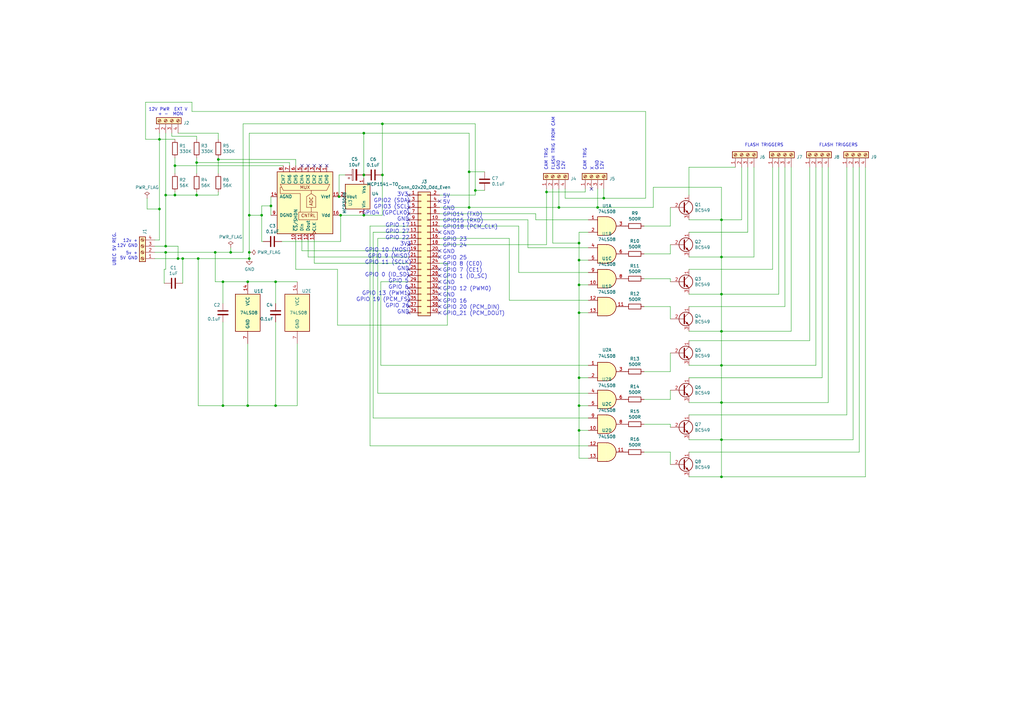
<source format=kicad_sch>
(kicad_sch (version 20230121) (generator eeschema)
  (paper "A3")
  (lib_symbols
    (symbol "74xx:74LS08" (pin_names (offset 1.016))
      (property "Reference" "U" (at 0 1.27 0))
      (property "Value" "74LS08" (at 0 -1.27 0))
      (symbol "74LS08_1_1"
        (arc (start 0 -3.81) (mid 3.7934 0) (end 0 3.81) (stroke (width 0.254)) (fill (type background)))
        (polyline (pts (xy 0 3.81) (xy -3.81 3.81) (xy -3.81 -3.81) (xy 0 -3.81)) (stroke (width 0.254)) (fill (type background)))
        (pin input line (at -7.62 2.54 0) (length 3.81) (name "~") (number "1"))
        (pin input line (at -7.62 -2.54 0) (length 3.81) (name "~") (number "2"))
        (pin output line (at 7.62 0 180) (length 3.81) (name "~") (number "3"))
      )
      (symbol "74LS08_1_2"
        (arc (start -3.81 -3.81) (mid -2.589 0) (end -3.81 3.81) (stroke (width 0.254)))
        (arc (start -0.6096 -3.81) (mid 2.1842 -2.5851) (end 3.81 0) (stroke (width 0.254)) (fill (type background)))
        (polyline (pts (xy -3.81 -3.81) (xy -0.635 -3.81)) (stroke (width 0.254)) (fill (type background)))
        (polyline (pts (xy -3.81 3.81) (xy -0.635 3.81)) (stroke (width 0.254)) (fill (type background)))
        (polyline (pts (xy -0.635 3.81) (xy -3.81 3.81) (xy -3.81 3.81) (xy -3.556 3.4036) (xy -3.0226 2.2606) (xy -2.6924 1.0414) (xy -2.6162 -0.254) (xy -2.7686 -1.4986) (xy -3.175 -2.7178) (xy -3.81 -3.81) (xy -3.81 -3.81) (xy -0.635 -3.81)) (stroke (width -25.4)) (fill (type background)))
        (arc (start 3.81 0) (mid 2.1915 2.5936) (end -0.6096 3.81) (stroke (width 0.254)) (fill (type background)))
        (pin input inverted (at -7.62 2.54 0) (length 4.318) (name "~") (number "1"))
        (pin input inverted (at -7.62 -2.54 0) (length 4.318) (name "~") (number "2"))
        (pin output inverted (at 7.62 0 180) (length 3.81) (name "~") (number "3"))
      )
      (symbol "74LS08_2_1"
        (arc (start 0 -3.81) (mid 3.7934 0) (end 0 3.81) (stroke (width 0.254)) (fill (type background)))
        (polyline (pts (xy 0 3.81) (xy -3.81 3.81) (xy -3.81 -3.81) (xy 0 -3.81)) (stroke (width 0.254)) (fill (type background)))
        (pin input line (at -7.62 2.54 0) (length 3.81) (name "~") (number "4"))
        (pin input line (at -7.62 -2.54 0) (length 3.81) (name "~") (number "5"))
        (pin output line (at 7.62 0 180) (length 3.81) (name "~") (number "6"))
      )
      (symbol "74LS08_2_2"
        (arc (start -3.81 -3.81) (mid -2.589 0) (end -3.81 3.81) (stroke (width 0.254)))
        (arc (start -0.6096 -3.81) (mid 2.1842 -2.5851) (end 3.81 0) (stroke (width 0.254)) (fill (type background)))
        (polyline (pts (xy -3.81 -3.81) (xy -0.635 -3.81)) (stroke (width 0.254)) (fill (type background)))
        (polyline (pts (xy -3.81 3.81) (xy -0.635 3.81)) (stroke (width 0.254)) (fill (type background)))
        (polyline (pts (xy -0.635 3.81) (xy -3.81 3.81) (xy -3.81 3.81) (xy -3.556 3.4036) (xy -3.0226 2.2606) (xy -2.6924 1.0414) (xy -2.6162 -0.254) (xy -2.7686 -1.4986) (xy -3.175 -2.7178) (xy -3.81 -3.81) (xy -3.81 -3.81) (xy -0.635 -3.81)) (stroke (width -25.4)) (fill (type background)))
        (arc (start 3.81 0) (mid 2.1915 2.5936) (end -0.6096 3.81) (stroke (width 0.254)) (fill (type background)))
        (pin input inverted (at -7.62 2.54 0) (length 4.318) (name "~") (number "4"))
        (pin input inverted (at -7.62 -2.54 0) (length 4.318) (name "~") (number "5"))
        (pin output inverted (at 7.62 0 180) (length 3.81) (name "~") (number "6"))
      )
      (symbol "74LS08_3_1"
        (arc (start 0 -3.81) (mid 3.7934 0) (end 0 3.81) (stroke (width 0.254)) (fill (type background)))
        (polyline (pts (xy 0 3.81) (xy -3.81 3.81) (xy -3.81 -3.81) (xy 0 -3.81)) (stroke (width 0.254)) (fill (type background)))
        (pin input line (at -7.62 -2.54 0) (length 3.81) (name "~") (number "10"))
        (pin output line (at 7.62 0 180) (length 3.81) (name "~") (number "8"))
        (pin input line (at -7.62 2.54 0) (length 3.81) (name "~") (number "9"))
      )
      (symbol "74LS08_3_2"
        (arc (start -3.81 -3.81) (mid -2.589 0) (end -3.81 3.81) (stroke (width 0.254)))
        (arc (start -0.6096 -3.81) (mid 2.1842 -2.5851) (end 3.81 0) (stroke (width 0.254)) (fill (type background)))
        (polyline (pts (xy -3.81 -3.81) (xy -0.635 -3.81)) (stroke (width 0.254)) (fill (type background)))
        (polyline (pts (xy -3.81 3.81) (xy -0.635 3.81)) (stroke (width 0.254)) (fill (type background)))
        (polyline (pts (xy -0.635 3.81) (xy -3.81 3.81) (xy -3.81 3.81) (xy -3.556 3.4036) (xy -3.0226 2.2606) (xy -2.6924 1.0414) (xy -2.6162 -0.254) (xy -2.7686 -1.4986) (xy -3.175 -2.7178) (xy -3.81 -3.81) (xy -3.81 -3.81) (xy -0.635 -3.81)) (stroke (width -25.4)) (fill (type background)))
        (arc (start 3.81 0) (mid 2.1915 2.5936) (end -0.6096 3.81) (stroke (width 0.254)) (fill (type background)))
        (pin input inverted (at -7.62 -2.54 0) (length 4.318) (name "~") (number "10"))
        (pin output inverted (at 7.62 0 180) (length 3.81) (name "~") (number "8"))
        (pin input inverted (at -7.62 2.54 0) (length 4.318) (name "~") (number "9"))
      )
      (symbol "74LS08_4_1"
        (arc (start 0 -3.81) (mid 3.7934 0) (end 0 3.81) (stroke (width 0.254)) (fill (type background)))
        (polyline (pts (xy 0 3.81) (xy -3.81 3.81) (xy -3.81 -3.81) (xy 0 -3.81)) (stroke (width 0.254)) (fill (type background)))
        (pin output line (at 7.62 0 180) (length 3.81) (name "~") (number "11"))
        (pin input line (at -7.62 2.54 0) (length 3.81) (name "~") (number "12"))
        (pin input line (at -7.62 -2.54 0) (length 3.81) (name "~") (number "13"))
      )
      (symbol "74LS08_4_2"
        (arc (start -3.81 -3.81) (mid -2.589 0) (end -3.81 3.81) (stroke (width 0.254)))
        (arc (start -0.6096 -3.81) (mid 2.1842 -2.5851) (end 3.81 0) (stroke (width 0.254)) (fill (type background)))
        (polyline (pts (xy -3.81 -3.81) (xy -0.635 -3.81)) (stroke (width 0.254)) (fill (type background)))
        (polyline (pts (xy -3.81 3.81) (xy -0.635 3.81)) (stroke (width 0.254)) (fill (type background)))
        (polyline (pts (xy -0.635 3.81) (xy -3.81 3.81) (xy -3.81 3.81) (xy -3.556 3.4036) (xy -3.0226 2.2606) (xy -2.6924 1.0414) (xy -2.6162 -0.254) (xy -2.7686 -1.4986) (xy -3.175 -2.7178) (xy -3.81 -3.81) (xy -3.81 -3.81) (xy -0.635 -3.81)) (stroke (width -25.4)) (fill (type background)))
        (arc (start 3.81 0) (mid 2.1915 2.5936) (end -0.6096 3.81) (stroke (width 0.254)) (fill (type background)))
        (pin output inverted (at 7.62 0 180) (length 3.81) (name "~") (number "11"))
        (pin input inverted (at -7.62 2.54 0) (length 4.318) (name "~") (number "12"))
        (pin input inverted (at -7.62 -2.54 0) (length 4.318) (name "~") (number "13"))
      )
      (symbol "74LS08_5_0"
        (pin power_in line (at 0 12.7 270) (length 5.08) (name "VCC") (number "14"))
        (pin power_in line (at 0 -12.7 90) (length 5.08) (name "GND") (number "7"))
      )
      (symbol "74LS08_5_1"
        (rectangle (start -5.08 7.62) (end 5.08 -7.62) (stroke (width 0.254)) (fill (type background)))
      )
    )
    (symbol "Analog_ADC:MCP3008" (pin_names (offset 1.016))
      (property "Reference" "U" (at -5.08 13.335 0))
      (property "Value" "MCP3008" (at -5.08 11.43 0))
      (symbol "MCP3008_0_0"
        (text "ADC" (at -0.635 1.27 0) (effects (font (size 1.27 1.27))))
        (text "CNTRL" (at 5.969 -2.921 900) (effects (font (size 1.27 1.27)) (justify left bottom)))
        (text "MUX" (at -6.35 -1.27 900) (effects (font (size 1.27 1.27))))
      )
      (symbol "MCP3008_0_1"
        (polyline (pts (xy -3.81 1.27) (xy -5.08 1.27)))
        (polyline (pts (xy 1.905 1.27) (xy 3.81 1.27)))
        (polyline (pts (xy -7.62 8.89) (xy -7.62 -11.43) (xy -5.08 -10.16) (xy -5.08 7.62) (xy -7.62 8.89)))
        (polyline (pts (xy 3.81 -3.175) (xy -3.81 -3.175) (xy -3.81 -11.43) (xy -6.35 -11.43) (xy -6.35 -10.795)))
        (polyline (pts (xy 1.905 3.175) (xy 1.905 -0.635) (xy -2.54 -0.635) (xy -3.81 1.27) (xy -2.54 3.175) (xy 1.905 3.175)))
        (rectangle (start 3.81 -3.81) (end 6.985 3.81))
        (rectangle (start 12.7 -12.7) (end -12.7 10.16) (stroke (width 0.254)) (fill (type background)))
      )
      (symbol "MCP3008_1_1"
        (pin input line (at -15.24 7.62 0) (length 2.54) (name "CH0") (number "1"))
        (pin input line (at 15.24 -5.08 180) (length 2.54) (name "~{CS}/SHDN") (number "10"))
        (pin input line (at 15.24 -2.54 180) (length 2.54) (name "Din") (number "11"))
        (pin output line (at 15.24 0 180) (length 2.54) (name "Dout") (number "12"))
        (pin input clock (at 15.24 2.54 180) (length 2.54) (name "CLK") (number "13"))
        (pin power_in line (at -2.54 -15.24 90) (length 2.54) (name "AGND") (number "14"))
        (pin power_in line (at -2.54 12.7 270) (length 2.54) (name "Vref") (number "15"))
        (pin power_in line (at 5.08 12.7 270) (length 2.54) (name "Vdd") (number "16"))
        (pin input line (at -15.24 5.08 0) (length 2.54) (name "CH1") (number "2"))
        (pin input line (at -15.24 2.54 0) (length 2.54) (name "CH2") (number "3"))
        (pin input line (at -15.24 0 0) (length 2.54) (name "CH3") (number "4"))
        (pin input line (at -15.24 -2.54 0) (length 2.54) (name "CH4") (number "5"))
        (pin input line (at -15.24 -5.08 0) (length 2.54) (name "CH5") (number "6"))
        (pin input line (at -15.24 -7.62 0) (length 2.54) (name "CH6") (number "7"))
        (pin input line (at -15.24 -10.16 0) (length 2.54) (name "CH7") (number "8"))
        (pin power_in line (at 5.08 -15.24 90) (length 2.54) (name "DGND") (number "9"))
      )
    )
    (symbol "Connector:Screw_Terminal_01x04" (pin_names (offset 1.016) hide)
      (property "Reference" "J" (at 0 5.08 0))
      (property "Value" "Screw_Terminal_01x04" (at 0 -7.62 0))
      (symbol "Screw_Terminal_01x04_1_1"
        (rectangle (start -1.27 3.81) (end 1.27 -6.35) (stroke (width 0.254)) (fill (type background)))
        (circle (center 0 -5.08) (radius 0.635) (stroke (width 0.1524)))
        (circle (center 0 -2.54) (radius 0.635) (stroke (width 0.1524)))
        (polyline (pts (xy -0.5334 -4.7498) (xy 0.3302 -5.588)) (stroke (width 0.1524)))
        (polyline (pts (xy -0.5334 -2.2098) (xy 0.3302 -3.048)) (stroke (width 0.1524)))
        (polyline (pts (xy -0.5334 0.3302) (xy 0.3302 -0.508)) (stroke (width 0.1524)))
        (polyline (pts (xy -0.5334 2.8702) (xy 0.3302 2.032)) (stroke (width 0.1524)))
        (polyline (pts (xy -0.3556 -4.572) (xy 0.508 -5.4102)) (stroke (width 0.1524)))
        (polyline (pts (xy -0.3556 -2.032) (xy 0.508 -2.8702)) (stroke (width 0.1524)))
        (polyline (pts (xy -0.3556 0.508) (xy 0.508 -0.3302)) (stroke (width 0.1524)))
        (polyline (pts (xy -0.3556 3.048) (xy 0.508 2.2098)) (stroke (width 0.1524)))
        (circle (center 0 0) (radius 0.635) (stroke (width 0.1524)))
        (circle (center 0 2.54) (radius 0.635) (stroke (width 0.1524)))
        (pin passive line (at -5.08 2.54 0) (length 3.81) (name "Pin_1") (number "1"))
        (pin passive line (at -5.08 0 0) (length 3.81) (name "Pin_2") (number "2"))
        (pin passive line (at -5.08 -2.54 0) (length 3.81) (name "Pin_3") (number "3"))
        (pin passive line (at -5.08 -5.08 0) (length 3.81) (name "Pin_4") (number "4"))
      )
    )
    (symbol "Connector_Generic:Conn_02x20_Odd_Even" (pin_names (offset 1.016) hide)
      (property "Reference" "J" (at 1.27 25.4 0))
      (property "Value" "Conn_02x20_Odd_Even" (at 1.27 -27.94 0))
      (symbol "Conn_02x20_Odd_Even_1_1"
        (rectangle (start -1.27 -25.273) (end 0 -25.527) (stroke (width 0.1524)))
        (rectangle (start -1.27 -22.733) (end 0 -22.987) (stroke (width 0.1524)))
        (rectangle (start -1.27 -20.193) (end 0 -20.447) (stroke (width 0.1524)))
        (rectangle (start -1.27 -17.653) (end 0 -17.907) (stroke (width 0.1524)))
        (rectangle (start -1.27 -15.113) (end 0 -15.367) (stroke (width 0.1524)))
        (rectangle (start -1.27 -12.573) (end 0 -12.827) (stroke (width 0.1524)))
        (rectangle (start -1.27 -10.033) (end 0 -10.287) (stroke (width 0.1524)))
        (rectangle (start -1.27 -7.493) (end 0 -7.747) (stroke (width 0.1524)))
        (rectangle (start -1.27 -4.953) (end 0 -5.207) (stroke (width 0.1524)))
        (rectangle (start -1.27 -2.413) (end 0 -2.667) (stroke (width 0.1524)))
        (rectangle (start -1.27 0.127) (end 0 -0.127) (stroke (width 0.1524)))
        (rectangle (start -1.27 2.667) (end 0 2.413) (stroke (width 0.1524)))
        (rectangle (start -1.27 5.207) (end 0 4.953) (stroke (width 0.1524)))
        (rectangle (start -1.27 7.747) (end 0 7.493) (stroke (width 0.1524)))
        (rectangle (start -1.27 10.287) (end 0 10.033) (stroke (width 0.1524)))
        (rectangle (start -1.27 12.827) (end 0 12.573) (stroke (width 0.1524)))
        (rectangle (start -1.27 15.367) (end 0 15.113) (stroke (width 0.1524)))
        (rectangle (start -1.27 17.907) (end 0 17.653) (stroke (width 0.1524)))
        (rectangle (start -1.27 20.447) (end 0 20.193) (stroke (width 0.1524)))
        (rectangle (start -1.27 22.987) (end 0 22.733) (stroke (width 0.1524)))
        (rectangle (start -1.27 24.13) (end 3.81 -26.67) (stroke (width 0.254)) (fill (type background)))
        (rectangle (start 3.81 -25.273) (end 2.54 -25.527) (stroke (width 0.1524)))
        (rectangle (start 3.81 -22.733) (end 2.54 -22.987) (stroke (width 0.1524)))
        (rectangle (start 3.81 -20.193) (end 2.54 -20.447) (stroke (width 0.1524)))
        (rectangle (start 3.81 -17.653) (end 2.54 -17.907) (stroke (width 0.1524)))
        (rectangle (start 3.81 -15.113) (end 2.54 -15.367) (stroke (width 0.1524)))
        (rectangle (start 3.81 -12.573) (end 2.54 -12.827) (stroke (width 0.1524)))
        (rectangle (start 3.81 -10.033) (end 2.54 -10.287) (stroke (width 0.1524)))
        (rectangle (start 3.81 -7.493) (end 2.54 -7.747) (stroke (width 0.1524)))
        (rectangle (start 3.81 -4.953) (end 2.54 -5.207) (stroke (width 0.1524)))
        (rectangle (start 3.81 -2.413) (end 2.54 -2.667) (stroke (width 0.1524)))
        (rectangle (start 3.81 0.127) (end 2.54 -0.127) (stroke (width 0.1524)))
        (rectangle (start 3.81 2.667) (end 2.54 2.413) (stroke (width 0.1524)))
        (rectangle (start 3.81 5.207) (end 2.54 4.953) (stroke (width 0.1524)))
        (rectangle (start 3.81 7.747) (end 2.54 7.493) (stroke (width 0.1524)))
        (rectangle (start 3.81 10.287) (end 2.54 10.033) (stroke (width 0.1524)))
        (rectangle (start 3.81 12.827) (end 2.54 12.573) (stroke (width 0.1524)))
        (rectangle (start 3.81 15.367) (end 2.54 15.113) (stroke (width 0.1524)))
        (rectangle (start 3.81 17.907) (end 2.54 17.653) (stroke (width 0.1524)))
        (rectangle (start 3.81 20.447) (end 2.54 20.193) (stroke (width 0.1524)))
        (rectangle (start 3.81 22.987) (end 2.54 22.733) (stroke (width 0.1524)))
        (pin passive line (at -5.08 22.86 0) (length 3.81) (name "Pin_1") (number "1"))
        (pin passive line (at 7.62 12.7 180) (length 3.81) (name "Pin_10") (number "10"))
        (pin passive line (at -5.08 10.16 0) (length 3.81) (name "Pin_11") (number "11"))
        (pin passive line (at 7.62 10.16 180) (length 3.81) (name "Pin_12") (number "12"))
        (pin passive line (at -5.08 7.62 0) (length 3.81) (name "Pin_13") (number "13"))
        (pin passive line (at 7.62 7.62 180) (length 3.81) (name "Pin_14") (number "14"))
        (pin passive line (at -5.08 5.08 0) (length 3.81) (name "Pin_15") (number "15"))
        (pin passive line (at 7.62 5.08 180) (length 3.81) (name "Pin_16") (number "16"))
        (pin passive line (at -5.08 2.54 0) (length 3.81) (name "Pin_17") (number "17"))
        (pin passive line (at 7.62 2.54 180) (length 3.81) (name "Pin_18") (number "18"))
        (pin passive line (at -5.08 0 0) (length 3.81) (name "Pin_19") (number "19"))
        (pin passive line (at 7.62 22.86 180) (length 3.81) (name "Pin_2") (number "2"))
        (pin passive line (at 7.62 0 180) (length 3.81) (name "Pin_20") (number "20"))
        (pin passive line (at -5.08 -2.54 0) (length 3.81) (name "Pin_21") (number "21"))
        (pin passive line (at 7.62 -2.54 180) (length 3.81) (name "Pin_22") (number "22"))
        (pin passive line (at -5.08 -5.08 0) (length 3.81) (name "Pin_23") (number "23"))
        (pin passive line (at 7.62 -5.08 180) (length 3.81) (name "Pin_24") (number "24"))
        (pin passive line (at -5.08 -7.62 0) (length 3.81) (name "Pin_25") (number "25"))
        (pin passive line (at 7.62 -7.62 180) (length 3.81) (name "Pin_26") (number "26"))
        (pin passive line (at -5.08 -10.16 0) (length 3.81) (name "Pin_27") (number "27"))
        (pin passive line (at 7.62 -10.16 180) (length 3.81) (name "Pin_28") (number "28"))
        (pin passive line (at -5.08 -12.7 0) (length 3.81) (name "Pin_29") (number "29"))
        (pin passive line (at -5.08 20.32 0) (length 3.81) (name "Pin_3") (number "3"))
        (pin passive line (at 7.62 -12.7 180) (length 3.81) (name "Pin_30") (number "30"))
        (pin passive line (at -5.08 -15.24 0) (length 3.81) (name "Pin_31") (number "31"))
        (pin passive line (at 7.62 -15.24 180) (length 3.81) (name "Pin_32") (number "32"))
        (pin passive line (at -5.08 -17.78 0) (length 3.81) (name "Pin_33") (number "33"))
        (pin passive line (at 7.62 -17.78 180) (length 3.81) (name "Pin_34") (number "34"))
        (pin passive line (at -5.08 -20.32 0) (length 3.81) (name "Pin_35") (number "35"))
        (pin passive line (at 7.62 -20.32 180) (length 3.81) (name "Pin_36") (number "36"))
        (pin passive line (at -5.08 -22.86 0) (length 3.81) (name "Pin_37") (number "37"))
        (pin passive line (at 7.62 -22.86 180) (length 3.81) (name "Pin_38") (number "38"))
        (pin passive line (at -5.08 -25.4 0) (length 3.81) (name "Pin_39") (number "39"))
        (pin passive line (at 7.62 20.32 180) (length 3.81) (name "Pin_4") (number "4"))
        (pin passive line (at 7.62 -25.4 180) (length 3.81) (name "Pin_40") (number "40"))
        (pin passive line (at -5.08 17.78 0) (length 3.81) (name "Pin_5") (number "5"))
        (pin passive line (at 7.62 17.78 180) (length 3.81) (name "Pin_6") (number "6"))
        (pin passive line (at -5.08 15.24 0) (length 3.81) (name "Pin_7") (number "7"))
        (pin passive line (at 7.62 15.24 180) (length 3.81) (name "Pin_8") (number "8"))
        (pin passive line (at -5.08 12.7 0) (length 3.81) (name "Pin_9") (number "9"))
      )
    )
    (symbol "Device:C" (pin_numbers hide) (pin_names (offset 0.254))
      (property "Reference" "C" (at 0.635 2.54 0))
      (property "Value" "C" (at 0.635 -2.54 0))
      (symbol "C_0_1"
        (polyline (pts (xy -2.032 -0.762) (xy 2.032 -0.762)) (stroke (width 0.508)))
        (polyline (pts (xy -2.032 0.762) (xy 2.032 0.762)) (stroke (width 0.508)))
      )
      (symbol "C_1_1"
        (pin passive line (at 0 3.81 270) (length 2.794) (name "~") (number "1"))
        (pin passive line (at 0 -3.81 90) (length 2.794) (name "~") (number "2"))
      )
    )
    (symbol "Device:R" (pin_numbers hide) (pin_names (offset 0))
      (property "Reference" "R" (at 2.032 0 90))
      (property "Value" "R" (at 0 0 90))
      (symbol "R_0_1"
        (rectangle (start -1.016 -2.54) (end 1.016 2.54) (stroke (width 0.254)))
      )
      (symbol "R_1_1"
        (pin passive line (at 0 3.81 270) (length 1.27) (name "~") (number "1"))
        (pin passive line (at 0 -3.81 90) (length 1.27) (name "~") (number "2"))
      )
    )
    (symbol "Reference_Voltage:MCP1541-TO"
      (property "Reference" "U" (at 1.27 8.89 0))
      (property "Value" "MCP1541-TO" (at 1.27 6.35 0))
      (symbol "MCP1541-TO_0_1"
        (rectangle (start -2.54 5.08) (end 7.62 -5.08) (stroke (width 0.254)) (fill (type background)))
      )
      (symbol "MCP1541-TO_1_1"
        (pin power_in line (at 0 -7.62 90) (length 2.54) (name "Vss") (number "1"))
        (pin power_out line (at 10.16 0 180) (length 2.54) (name "Vout") (number "2"))
        (pin power_in line (at 0 7.62 270) (length 2.54) (name "Vin") (number "3"))
      )
    )
    (symbol "Transistor_BJT:BC549" (pin_names (offset 0) hide)
      (property "Reference" "Q" (at 5.08 1.905 0))
      (property "Value" "BC549" (at 5.08 0 0))
      (symbol "BC549_0_1"
        (polyline (pts (xy 0 0) (xy 0.635 0)))
        (polyline (pts (xy 0.635 0.635) (xy 2.54 2.54)))
        (polyline (pts (xy 0.635 -0.635) (xy 2.54 -2.54) (xy 2.54 -2.54)))
        (polyline (pts (xy 0.635 1.905) (xy 0.635 -1.905) (xy 0.635 -1.905)) (stroke (width 0.508)))
        (polyline (pts (xy 1.27 -1.778) (xy 1.778 -1.27) (xy 2.286 -2.286) (xy 1.27 -1.778) (xy 1.27 -1.778)) (fill (type outline)))
        (circle (center 1.27 0) (radius 2.8194) (stroke (width 0.254)))
      )
      (symbol "BC549_1_1"
        (pin passive line (at 2.54 5.08 270) (length 2.54) (name "C") (number "1"))
        (pin input line (at -5.08 0 0) (length 5.08) (name "B") (number "2"))
        (pin passive line (at 2.54 -5.08 90) (length 2.54) (name "E") (number "3"))
      )
    )
    (symbol "pcb-rescue:CP-Device" (pin_numbers hide) (pin_names (offset 0.254))
      (property "Reference" "C" (at 0.635 2.54 0))
      (property "Value" "Device_CP" (at 0.635 -2.54 0))
      (symbol "CP-Device_0_1"
        (rectangle (start -2.286 0.508) (end 2.286 1.016))
        (polyline (pts (xy -1.778 2.286) (xy -0.762 2.286)))
        (polyline (pts (xy -1.27 2.794) (xy -1.27 1.778)))
        (rectangle (start 2.286 -0.508) (end -2.286 -1.016) (fill (type outline)))
      )
      (symbol "CP-Device_1_1"
        (pin passive line (at 0 3.81 270) (length 2.794) (name "~") (number "1"))
        (pin passive line (at 0 -3.81 90) (length 2.794) (name "~") (number "2"))
      )
    )
    (symbol "power:GND" (power) (pin_names (offset 0))
      (property "Value" "GND" (at 0 -3.81 0))
      (symbol "GND_0_1"
        (polyline (pts (xy 0 0) (xy 0 -1.27) (xy 1.27 -1.27) (xy 0 -2.54) (xy -1.27 -1.27) (xy 0 -1.27)))
      )
      (symbol "GND_1_1"
        (pin power_in line (at 0 0 270) (length 0) hide (name "GND") (number "1"))
      )
    )
    (symbol "power:PWR_FLAG" (power) (pin_numbers hide) (pin_names (offset 0) hide)
      (property "Value" "PWR_FLAG" (at 0 3.81 0))
      (symbol "PWR_FLAG_0_0"
        (pin power_out line (at 0 0 90) (length 0) (name "pwr") (number "1"))
      )
      (symbol "PWR_FLAG_0_1"
        (polyline (pts (xy 0 0) (xy 0 1.27) (xy -1.016 1.905) (xy 0 2.54) (xy 1.016 1.905) (xy 0 1.27)))
      )
    )
  )
  (junction (at 139.065 80.645))
  (junction (at 247.65 81.28))
  (junction (at 237.49 176.53))
  (junction (at 73.025 106.045))
  (junction (at 113.03 166.37))
  (junction (at 88.265 103.505))
  (junction (at 80.645 80.01))
  (junction (at 295.91 149.86))
  (junction (at 237.49 154.94))
  (junction (at 113.03 115.57))
  (junction (at 295.91 120.65))
  (junction (at 67.945 103.505))
  (junction (at 149.225 88.265))
  (junction (at 101.6 166.37))
  (junction (at 295.91 195.58))
  (junction (at 71.755 80.01))
  (junction (at 295.91 105.41))
  (junction (at 295.91 135.89))
  (junction (at 229.235 85.09))
  (junction (at 192.405 70.485))
  (junction (at 102.235 103.505))
  (junction (at 94.615 103.505))
  (junction (at 295.91 165.1))
  (junction (at 91.44 166.37))
  (junction (at 111.125 84.455))
  (junction (at 237.49 166.37))
  (junction (at 156.845 71.755))
  (junction (at 67.945 100.965))
  (junction (at 101.6 115.57))
  (junction (at 74.93 106.045))
  (junction (at 192.405 85.09))
  (junction (at 245.11 85.09))
  (junction (at 149.225 71.755))
  (junction (at 194.945 78.105))
  (junction (at 81.28 106.045))
  (junction (at 237.49 99.695))
  (junction (at 80.645 66.675))
  (junction (at 65.405 85.725))
  (junction (at 91.44 115.57))
  (junction (at 71.755 67.945))
  (junction (at 65.405 57.15))
  (junction (at 237.49 128.27))
  (junction (at 237.49 106.68))
  (junction (at 156.845 50.8))
  (junction (at 89.535 65.405))
  (junction (at 295.91 90.17))
  (junction (at 102.235 106.045))
  (junction (at 295.91 180.34))
  (junction (at 149.225 54.61))
  (junction (at 107.315 88.265))
  (junction (at 139.7 88.265))
  (junction (at 237.49 116.84))
  (junction (at 67.945 80.01))
  (junction (at 102.235 88.265))
  (junction (at 224.155 78.74))
  (no_connect (at 180.34 102.87))
  (no_connect (at 133.985 67.945))
  (no_connect (at 167.64 80.01))
  (no_connect (at 128.905 67.945))
  (no_connect (at 167.64 113.03))
  (no_connect (at 167.64 85.09))
  (no_connect (at 180.34 95.25))
  (no_connect (at 167.64 125.73))
  (no_connect (at 242.57 77.47))
  (no_connect (at 180.34 115.57))
  (no_connect (at 167.64 82.55))
  (no_connect (at 167.64 118.11))
  (no_connect (at 180.34 82.55))
  (no_connect (at 180.34 125.73))
  (no_connect (at 180.34 113.03))
  (no_connect (at 180.34 120.65))
  (no_connect (at 131.445 67.945))
  (no_connect (at 167.64 100.33))
  (no_connect (at 167.64 123.19))
  (no_connect (at 180.34 128.27))
  (no_connect (at 180.34 123.19))
  (no_connect (at 123.825 67.945))
  (no_connect (at 180.34 118.11))
  (no_connect (at 167.64 90.17))
  (no_connect (at 167.64 128.27))
  (no_connect (at 167.64 110.49))
  (no_connect (at 180.34 105.41))
  (no_connect (at 167.64 120.65))
  (no_connect (at 126.365 67.945))
  (no_connect (at 167.64 87.63))
  (no_connect (at 180.34 110.49))
  (wire (pts (xy 324.485 68.58) (xy 324.485 135.89)))
  (wire (pts (xy 149.225 73.025) (xy 149.225 71.755)))
  (wire (pts (xy 306.705 95.25) (xy 306.705 68.58)))
  (wire (pts (xy 67.945 100.965) (xy 73.025 100.965)))
  (wire (pts (xy 321.945 125.73) (xy 321.945 68.58)))
  (wire (pts (xy 139.065 80.645) (xy 139.065 71.755)))
  (wire (pts (xy 111.125 84.455) (xy 111.125 80.645)))
  (wire (pts (xy 282.575 80.01) (xy 282.575 68.58)))
  (wire (pts (xy 89.535 80.01) (xy 80.645 80.01)))
  (wire (pts (xy 334.645 149.86) (xy 334.645 68.58)))
  (wire (pts (xy 274.955 152.4) (xy 274.955 144.78)))
  (wire (pts (xy 81.28 166.37) (xy 81.28 106.045)))
  (wire (pts (xy 67.945 110.49) (xy 67.31 110.49)))
  (wire (pts (xy 167.64 92.71) (xy 151.765 92.71)))
  (wire (pts (xy 71.755 67.945) (xy 116.205 67.945)))
  (wire (pts (xy 80.645 55.88) (xy 80.645 57.15)))
  (wire (pts (xy 67.945 54.61) (xy 67.945 80.01)))
  (wire (pts (xy 180.34 92.71) (xy 212.725 92.71)))
  (wire (pts (xy 282.575 125.73) (xy 321.945 125.73)))
  (wire (pts (xy 121.92 140.97) (xy 121.92 166.37)))
  (wire (pts (xy 274.955 100.33) (xy 274.955 104.14)))
  (wire (pts (xy 304.165 90.17) (xy 295.91 90.17)))
  (wire (pts (xy 295.91 180.34) (xy 282.575 180.34)))
  (wire (pts (xy 282.575 110.49) (xy 316.865 110.49)))
  (wire (pts (xy 73.025 106.045) (xy 74.93 106.045)))
  (wire (pts (xy 237.49 187.96) (xy 241.3 187.96)))
  (wire (pts (xy 337.185 68.58) (xy 337.185 154.94)))
  (wire (pts (xy 194.945 80.01) (xy 180.34 80.01)))
  (wire (pts (xy 113.03 166.37) (xy 121.92 166.37)))
  (wire (pts (xy 149.225 54.61) (xy 149.225 71.755)))
  (wire (pts (xy 295.91 120.65) (xy 282.575 120.65)))
  (wire (pts (xy 245.11 85.09) (xy 229.235 85.09)))
  (wire (pts (xy 149.225 54.61) (xy 192.405 54.61)))
  (wire (pts (xy 111.125 84.455) (xy 107.315 84.455)))
  (wire (pts (xy 224.155 78.74) (xy 224.155 77.47)))
  (wire (pts (xy 91.44 115.57) (xy 101.6 115.57)))
  (wire (pts (xy 102.235 88.265) (xy 102.235 54.61)))
  (wire (pts (xy 88.265 103.505) (xy 94.615 103.505)))
  (wire (pts (xy 267.97 76.835) (xy 295.91 76.835)))
  (wire (pts (xy 295.91 195.58) (xy 282.575 195.58)))
  (wire (pts (xy 180.34 90.17) (xy 216.535 90.17)))
  (wire (pts (xy 149.225 88.265) (xy 156.845 88.265)))
  (wire (pts (xy 274.955 185.42) (xy 264.16 185.42)))
  (wire (pts (xy 267.97 85.09) (xy 267.97 76.835)))
  (wire (pts (xy 192.405 85.09) (xy 180.34 85.09)))
  (wire (pts (xy 107.315 88.265) (xy 107.315 99.06)))
  (wire (pts (xy 231.775 81.28) (xy 231.775 77.47)))
  (wire (pts (xy 219.71 87.63) (xy 219.71 90.17)))
  (wire (pts (xy 167.64 107.95) (xy 128.905 107.95)))
  (wire (pts (xy 115.57 99.06) (xy 139.7 99.06)))
  (wire (pts (xy 63.5 100.965) (xy 67.945 100.965)))
  (wire (pts (xy 153.035 95.25) (xy 167.64 95.25)))
  (wire (pts (xy 80.645 71.12) (xy 80.645 66.675)))
  (wire (pts (xy 60.325 85.725) (xy 65.405 85.725)))
  (wire (pts (xy 74.93 106.045) (xy 81.28 106.045)))
  (wire (pts (xy 224.155 100.33) (xy 224.155 78.74)))
  (wire (pts (xy 216.535 101.6) (xy 241.3 101.6)))
  (wire (pts (xy 89.535 80.01) (xy 89.535 78.74)))
  (wire (pts (xy 237.49 95.25) (xy 237.49 99.695)))
  (wire (pts (xy 70.485 54.61) (xy 70.485 55.88)))
  (wire (pts (xy 99.695 103.505) (xy 99.695 50.8)))
  (wire (pts (xy 264.16 173.99) (xy 274.955 173.99)))
  (wire (pts (xy 180.34 107.95) (xy 183.515 107.95)))
  (wire (pts (xy 67.945 80.01) (xy 71.755 80.01)))
  (wire (pts (xy 194.945 78.105) (xy 194.945 80.01)))
  (wire (pts (xy 237.49 166.37) (xy 241.3 166.37)))
  (wire (pts (xy 347.345 68.58) (xy 347.345 170.18)))
  (wire (pts (xy 80.645 66.675) (xy 118.745 66.675)))
  (wire (pts (xy 282.575 68.58) (xy 301.625 68.58)))
  (wire (pts (xy 198.755 70.485) (xy 192.405 70.485)))
  (wire (pts (xy 295.91 180.34) (xy 295.91 195.58)))
  (wire (pts (xy 274.955 190.5) (xy 274.955 185.42)))
  (wire (pts (xy 274.955 163.83) (xy 264.16 163.83)))
  (wire (pts (xy 113.03 132.08) (xy 113.03 166.37)))
  (wire (pts (xy 167.64 97.79) (xy 154.94 97.79)))
  (wire (pts (xy 274.955 92.71) (xy 274.955 85.09)))
  (wire (pts (xy 70.485 55.88) (xy 80.645 55.88)))
  (wire (pts (xy 118.745 66.675) (xy 118.745 67.945)))
  (wire (pts (xy 128.905 107.95) (xy 128.905 98.425)))
  (wire (pts (xy 264.16 152.4) (xy 274.955 152.4)))
  (wire (pts (xy 65.405 57.15) (xy 65.405 85.725)))
  (wire (pts (xy 65.405 98.425) (xy 63.5 98.425)))
  (wire (pts (xy 241.3 171.45) (xy 153.035 171.45)))
  (wire (pts (xy 282.575 165.1) (xy 295.91 165.1)))
  (wire (pts (xy 352.425 68.58) (xy 352.425 185.42)))
  (wire (pts (xy 113.03 124.46) (xy 113.03 115.57)))
  (wire (pts (xy 194.945 50.8) (xy 194.945 78.105)))
  (wire (pts (xy 274.955 130.81) (xy 274.955 125.73)))
  (wire (pts (xy 264.16 92.71) (xy 274.955 92.71)))
  (wire (pts (xy 319.405 120.65) (xy 295.91 120.65)))
  (wire (pts (xy 295.91 149.86) (xy 282.575 149.86)))
  (wire (pts (xy 151.765 182.88) (xy 241.3 182.88)))
  (wire (pts (xy 102.235 88.265) (xy 107.315 88.265)))
  (wire (pts (xy 282.575 105.41) (xy 295.91 105.41)))
  (wire (pts (xy 237.49 116.84) (xy 237.49 128.27)))
  (wire (pts (xy 332.105 139.7) (xy 282.575 139.7)))
  (wire (pts (xy 74.93 116.205) (xy 74.93 106.045)))
  (wire (pts (xy 349.885 180.34) (xy 349.885 68.58)))
  (wire (pts (xy 237.49 106.68) (xy 237.49 99.695)))
  (wire (pts (xy 71.755 71.12) (xy 71.755 67.945)))
  (wire (pts (xy 208.915 97.79) (xy 208.915 123.19)))
  (wire (pts (xy 60.325 81.28) (xy 60.325 85.725)))
  (wire (pts (xy 65.405 57.15) (xy 71.755 57.15)))
  (wire (pts (xy 123.825 102.87) (xy 123.825 98.425)))
  (wire (pts (xy 156.845 50.8) (xy 156.845 71.755)))
  (wire (pts (xy 245.11 77.47) (xy 245.11 85.09)))
  (wire (pts (xy 295.91 165.1) (xy 295.91 149.86)))
  (wire (pts (xy 63.5 106.045) (xy 73.025 106.045)))
  (wire (pts (xy 167.64 102.87) (xy 123.825 102.87)))
  (wire (pts (xy 67.31 110.49) (xy 67.31 116.205)))
  (wire (pts (xy 237.49 176.53) (xy 237.49 187.96)))
  (wire (pts (xy 73.025 100.965) (xy 73.025 106.045)))
  (wire (pts (xy 67.945 80.01) (xy 67.945 100.965)))
  (wire (pts (xy 81.28 166.37) (xy 91.44 166.37)))
  (wire (pts (xy 183.515 133.35) (xy 138.43 133.35)))
  (wire (pts (xy 91.44 124.46) (xy 91.44 115.57)))
  (wire (pts (xy 94.615 103.505) (xy 99.695 103.505)))
  (wire (pts (xy 295.91 180.34) (xy 349.885 180.34)))
  (wire (pts (xy 180.34 97.79) (xy 208.915 97.79)))
  (wire (pts (xy 121.285 65.405) (xy 121.285 67.945)))
  (wire (pts (xy 212.725 92.71) (xy 212.725 111.76)))
  (wire (pts (xy 282.575 185.42) (xy 352.425 185.42)))
  (wire (pts (xy 71.755 80.01) (xy 71.755 78.74)))
  (wire (pts (xy 156.21 115.57) (xy 167.64 115.57)))
  (wire (pts (xy 101.6 166.37) (xy 101.6 140.97)))
  (wire (pts (xy 154.94 161.29) (xy 241.3 161.29)))
  (wire (pts (xy 241.3 106.68) (xy 237.49 106.68)))
  (wire (pts (xy 139.065 71.755) (xy 141.605 71.755)))
  (wire (pts (xy 91.44 166.37) (xy 101.6 166.37)))
  (wire (pts (xy 192.405 54.61) (xy 192.405 70.485)))
  (wire (pts (xy 216.535 90.17) (xy 216.535 101.6)))
  (wire (pts (xy 102.235 54.61) (xy 149.225 54.61)))
  (wire (pts (xy 282.575 95.25) (xy 306.705 95.25)))
  (wire (pts (xy 65.405 54.61) (xy 65.405 57.15)))
  (wire (pts (xy 274.955 125.73) (xy 264.16 125.73)))
  (wire (pts (xy 81.28 106.045) (xy 102.235 106.045)))
  (wire (pts (xy 247.65 81.28) (xy 264.795 81.28)))
  (wire (pts (xy 354.965 195.58) (xy 354.965 68.58)))
  (wire (pts (xy 91.44 132.08) (xy 91.44 166.37)))
  (wire (pts (xy 102.235 103.505) (xy 102.235 88.265)))
  (wire (pts (xy 295.91 195.58) (xy 354.965 195.58)))
  (wire (pts (xy 67.945 103.505) (xy 67.945 110.49)))
  (wire (pts (xy 264.795 45.72) (xy 264.795 81.28)))
  (wire (pts (xy 59.69 57.15) (xy 59.69 41.91)))
  (wire (pts (xy 102.235 106.045) (xy 102.235 103.505)))
  (wire (pts (xy 198.755 78.105) (xy 194.945 78.105)))
  (wire (pts (xy 241.3 116.84) (xy 237.49 116.84)))
  (wire (pts (xy 101.6 166.37) (xy 113.03 166.37)))
  (wire (pts (xy 180.34 87.63) (xy 219.71 87.63)))
  (wire (pts (xy 295.91 149.86) (xy 334.645 149.86)))
  (wire (pts (xy 229.235 85.09) (xy 229.235 77.47)))
  (wire (pts (xy 295.91 165.1) (xy 339.725 165.1)))
  (wire (pts (xy 316.865 110.49) (xy 316.865 68.58)))
  (wire (pts (xy 274.955 114.3) (xy 274.955 115.57)))
  (wire (pts (xy 101.6 115.57) (xy 113.03 115.57)))
  (wire (pts (xy 78.74 41.91) (xy 78.74 45.72)))
  (wire (pts (xy 267.97 85.09) (xy 245.11 85.09)))
  (wire (pts (xy 73.025 54.61) (xy 89.535 54.61)))
  (wire (pts (xy 295.91 105.41) (xy 309.245 105.41)))
  (wire (pts (xy 247.65 77.47) (xy 247.65 81.28)))
  (wire (pts (xy 63.5 103.505) (xy 67.945 103.505)))
  (wire (pts (xy 241.3 128.27) (xy 237.49 128.27)))
  (wire (pts (xy 339.725 165.1) (xy 339.725 68.58)))
  (wire (pts (xy 309.245 68.58) (xy 309.245 105.41)))
  (wire (pts (xy 156.845 88.265) (xy 156.845 71.755)))
  (wire (pts (xy 295.91 120.65) (xy 295.91 105.41)))
  (wire (pts (xy 212.725 111.76) (xy 241.3 111.76)))
  (wire (pts (xy 107.315 84.455) (xy 107.315 88.265)))
  (wire (pts (xy 226.695 77.47) (xy 226.695 99.695)))
  (wire (pts (xy 138.43 133.35) (xy 138.43 110.49)))
  (wire (pts (xy 154.94 97.79) (xy 154.94 161.29)))
  (wire (pts (xy 156.845 50.8) (xy 194.945 50.8)))
  (wire (pts (xy 219.71 90.17) (xy 241.3 90.17)))
  (wire (pts (xy 121.285 98.425) (xy 121.285 110.49)))
  (wire (pts (xy 111.125 88.265) (xy 111.125 84.455)))
  (wire (pts (xy 107.315 99.06) (xy 107.95 99.06)))
  (wire (pts (xy 138.43 110.49) (xy 121.285 110.49)))
  (wire (pts (xy 295.91 76.835) (xy 295.91 90.17)))
  (wire (pts (xy 89.535 65.405) (xy 89.535 64.77)))
  (wire (pts (xy 274.955 104.14) (xy 264.16 104.14)))
  (wire (pts (xy 295.91 149.86) (xy 295.91 135.89)))
  (wire (pts (xy 65.405 85.725) (xy 65.405 98.425)))
  (wire (pts (xy 113.03 115.57) (xy 121.92 115.57)))
  (wire (pts (xy 264.16 114.3) (xy 274.955 114.3)))
  (wire (pts (xy 139.065 88.265) (xy 139.7 88.265)))
  (wire (pts (xy 319.405 68.58) (xy 319.405 120.65)))
  (wire (pts (xy 71.755 67.945) (xy 71.755 64.77)))
  (wire (pts (xy 139.7 88.265) (xy 149.225 88.265)))
  (wire (pts (xy 89.535 71.12) (xy 89.535 65.405)))
  (wire (pts (xy 126.365 105.41) (xy 167.64 105.41)))
  (wire (pts (xy 304.165 68.58) (xy 304.165 90.17)))
  (wire (pts (xy 80.645 80.01) (xy 80.645 78.74)))
  (wire (pts (xy 192.405 85.09) (xy 229.235 85.09)))
  (wire (pts (xy 153.035 171.45) (xy 153.035 95.25)))
  (wire (pts (xy 80.645 80.01) (xy 71.755 80.01)))
  (wire (pts (xy 274.955 173.99) (xy 274.955 175.26)))
  (wire (pts (xy 332.105 68.58) (xy 332.105 139.7)))
  (wire (pts (xy 80.645 66.675) (xy 80.645 64.77)))
  (wire (pts (xy 156.21 149.86) (xy 156.21 115.57)))
  (wire (pts (xy 180.34 100.33) (xy 224.155 100.33)))
  (wire (pts (xy 282.575 170.18) (xy 347.345 170.18)))
  (wire (pts (xy 295.91 135.89) (xy 282.575 135.89)))
  (wire (pts (xy 226.695 99.695) (xy 237.49 99.695)))
  (wire (pts (xy 89.535 65.405) (xy 121.285 65.405)))
  (wire (pts (xy 231.775 81.28) (xy 247.65 81.28)))
  (wire (pts (xy 89.535 54.61) (xy 89.535 57.15)))
  (wire (pts (xy 67.945 103.505) (xy 88.265 103.505)))
  (wire (pts (xy 295.91 135.89) (xy 295.91 120.65)))
  (wire (pts (xy 282.575 154.94) (xy 337.185 154.94)))
  (wire (pts (xy 88.265 103.505) (xy 88.265 115.57)))
  (wire (pts (xy 78.74 45.72) (xy 264.795 45.72)))
  (wire (pts (xy 99.695 50.8) (xy 156.845 50.8)))
  (wire (pts (xy 208.915 123.19) (xy 241.3 123.19)))
  (wire (pts (xy 274.955 160.02) (xy 274.955 163.83)))
  (wire (pts (xy 295.91 180.34) (xy 295.91 165.1)))
  (wire (pts (xy 151.765 92.71) (xy 151.765 182.88)))
  (wire (pts (xy 224.155 78.74) (xy 240.03 78.74)))
  (wire (pts (xy 237.49 176.53) (xy 241.3 176.53)))
  (wire (pts (xy 237.49 166.37) (xy 237.49 176.53)))
  (wire (pts (xy 139.7 99.06) (xy 139.7 88.265)))
  (wire (pts (xy 192.405 70.485) (xy 192.405 85.09)))
  (wire (pts (xy 295.91 90.17) (xy 282.575 90.17)))
  (wire (pts (xy 237.49 128.27) (xy 237.49 154.94)))
  (wire (pts (xy 88.265 115.57) (xy 91.44 115.57)))
  (wire (pts (xy 183.515 107.95) (xy 183.515 133.35)))
  (wire (pts (xy 65.405 57.15) (xy 59.69 57.15)))
  (wire (pts (xy 241.3 95.25) (xy 237.49 95.25)))
  (wire (pts (xy 237.49 154.94) (xy 241.3 154.94)))
  (wire (pts (xy 237.49 154.94) (xy 237.49 166.37)))
  (wire (pts (xy 241.3 149.86) (xy 156.21 149.86)))
  (wire (pts (xy 295.91 90.17) (xy 295.91 105.41)))
  (wire (pts (xy 324.485 135.89) (xy 295.91 135.89)))
  (wire (pts (xy 59.69 41.91) (xy 78.74 41.91)))
  (wire (pts (xy 240.03 78.74) (xy 240.03 77.47)))
  (wire (pts (xy 94.615 103.505) (xy 94.615 101.6)))
  (wire (pts (xy 237.49 106.68) (xy 237.49 116.84)))
  (wire (pts (xy 126.365 105.41) (xy 126.365 98.425)))
  (text "FLASH TRIGGERS" (at 335.915 60.325 0) (effects (font (size 1.27 1.27)) (justify left bottom)))
  (text "+ -  MON" (at 64.77 47.625 0) (effects (font (size 1.27 1.27)) (justify left bottom)))
  (text "FLASH TRIGGERS" (at 305.435 60.325 0) (effects (font (size 1.27 1.27)) (justify left bottom)))
  (text "5V\n5V\nGND\nGPIO14 (TXD)\nGPIO15 (RXD)\nGPIO18 (PCM_CLK)\nGND\nGPIO 23\nGPIO 24\nGND\nGPIO 25\nGPIO 8 (CE0)\nGPIO 7 (CE1)\nGPIO 1 (ID_SC)\nGND\nGPIO 12 (PWM0)\nGND\nGPIO 16\nGPIO 20 (PCM_DIN)\nGPIO_21 (PCM_DOUT)" (at 181.61 129.54 0) (effects (font (size 1.5748 1.5748)) (justify left bottom)))
  (text "5v +\n5V GND" (at 56.515 106.68 0) (effects (font (size 1.27 1.27)) (justify right bottom)))
  (text "X\nGND\n12V" (at 247.65 69.85 90) (effects (font (size 1.27 1.27)) (justify left bottom)))
  (text "              3V3\n      GPIO2 (SDA)\n      GPIO3 (SCL)\n  GPIO4 (GPCLK0)\n              GND\n          GPIO 17\n          GPIO 27\n          GPIO 22\n               3V3\n   GPIO 10 (MOSI)\n    GPIO 9 (MISO)\n   GPIO 11 (SCLK)\n              GND\n   GPIO 0 (ID_SD)\n           GPIO 5\n           GPIO 6\n  GPIO 13 (PWM1)\nGPIO 19 (PCM_FS)\n          GPIO 26\n              GND" (at 146.05 128.905 0) (effects (font (size 1.5748 1.5748)) (justify left bottom)))
  (text "FLASH TRIG FROM CAM\nGND\n12V" (at 231.775 69.85 90) (effects (font (size 1.27 1.27)) (justify left bottom)))
  (text "UBEC 5V REG." (at 47.625 109.22 90) (effects (font (size 1.27 1.27)) (justify left bottom)))
  (text "CAM TRIG" (at 240.665 69.85 90) (effects (font (size 1.27 1.27)) (justify left bottom)))
  (text "12V PWR  EXT V" (at 60.96 45.72 0) (effects (font (size 1.27 1.27)) (justify left bottom)))
  (text "CAM TRIG" (at 224.79 69.85 90) (effects (font (size 1.27 1.27)) (justify left bottom)))
  (text "12v +\n12V GND" (at 56.515 101.6 0) (effects (font (size 1.27 1.27)) (justify right bottom)))
  (symbol (lib_id "Transistor_BJT:BC549") (at 280.035 85.09 0) (unit 1)
    (property "Reference" "Q1" (at 284.8864 83.9216 0) (effects (justify left)))
    (property "Value" "BC549" (at 284.8864 86.233 0) (effects (justify left)))
    (property "Footprint" "Package_TO_SOT_THT:TO-92_Inline" (effects hide))
    (property "Datasheet" "http://www.fairchildsemi.com/ds/BC/BC547.pdf" (effects hide))
  )
  (symbol (lib_id "Transistor_BJT:BC549") (at 280.035 100.33 0) (unit 1)
    (property "Reference" "Q2" (at 284.8864 99.1616 0) (effects (justify left)))
    (property "Value" "BC549" (at 284.8864 101.473 0) (effects (justify left)))
    (property "Footprint" "Package_TO_SOT_THT:TO-92_Inline" (effects hide))
    (property "Datasheet" "http://www.fairchildsemi.com/ds/BC/BC547.pdf" (effects hide))
  )
  (symbol (lib_id "Transistor_BJT:BC549") (at 280.035 115.57 0) (unit 1)
    (property "Reference" "Q3" (at 284.8864 114.4016 0) (effects (justify left)))
    (property "Value" "BC549" (at 284.8864 116.713 0) (effects (justify left)))
    (property "Footprint" "Package_TO_SOT_THT:TO-92_Inline" (effects hide))
    (property "Datasheet" "http://www.fairchildsemi.com/ds/BC/BC547.pdf" (effects hide))
  )
  (symbol (lib_id "Transistor_BJT:BC549") (at 280.035 130.81 0) (unit 1)
    (property "Reference" "Q4" (at 284.8864 129.6416 0) (effects (justify left)))
    (property "Value" "BC549" (at 284.8864 131.953 0) (effects (justify left)))
    (property "Footprint" "Package_TO_SOT_THT:TO-92_Inline" (effects hide))
    (property "Datasheet" "http://www.fairchildsemi.com/ds/BC/BC547.pdf" (effects hide))
  )
  (symbol (lib_id "74xx:74LS08") (at 248.92 92.71 0) (unit 1)
    (property "Reference" "U1" (at 248.92 84.455 0))
    (property "Value" "74LS08" (at 248.92 86.7664 0))
    (property "Footprint" "Package_SO:TSSOP-14_4.4x5mm_P0.65mm" (effects hide))
    (property "Datasheet" "http://www.ti.com/lit/gpn/sn74LS08" (effects hide))
  )
  (symbol (lib_id "74xx:74LS08") (at 248.92 104.14 0) (unit 2)
    (property "Reference" "U1" (at 248.92 95.885 0))
    (property "Value" "74LS08" (at 248.92 98.1964 0))
    (property "Footprint" "Package_SO:TSSOP-14_4.4x5mm_P0.65mm" (effects hide))
    (property "Datasheet" "http://www.ti.com/lit/gpn/sn74LS08" (effects hide))
  )
  (symbol (lib_id "74xx:74LS08") (at 248.92 114.3 0) (unit 3)
    (property "Reference" "U1" (at 248.92 106.045 0))
    (property "Value" "74LS08" (at 248.92 108.3564 0))
    (property "Footprint" "Package_SO:TSSOP-14_4.4x5mm_P0.65mm" (effects hide))
    (property "Datasheet" "http://www.ti.com/lit/gpn/sn74LS08" (effects hide))
  )
  (symbol (lib_id "74xx:74LS08") (at 248.92 125.73 0) (unit 4)
    (property "Reference" "U1" (at 248.92 117.475 0))
    (property "Value" "74LS08" (at 248.92 119.7864 0))
    (property "Footprint" "Package_SO:TSSOP-14_4.4x5mm_P0.65mm" (effects hide))
    (property "Datasheet" "http://www.ti.com/lit/gpn/sn74LS08" (effects hide))
  )
  (symbol (lib_id "74xx:74LS08") (at 101.6 128.27 0) (unit 5)
    (property "Reference" "U1" (at 104.14 119.38 0) (effects (justify left)))
    (property "Value" "74LS08" (at 98.425 128.27 0) (effects (justify left)))
    (property "Footprint" "Package_SO:TSSOP-14_4.4x5mm_P0.65mm" (effects hide))
    (property "Datasheet" "http://www.ti.com/lit/gpn/sn74LS08" (effects hide))
  )
  (symbol (lib_id "Connector:Screw_Terminal_01x04") (at 226.695 72.39 90) (unit 1)
    (property "Reference" "J4" (at 234.0102 73.3044 90) (effects (justify right)))
    (property "Value" "Screw_Terminal_01x04" (effects hide))
    (property "Footprint" "TerminalBlock_RND:TerminalBlock_RND_205-00278_1x04_P5.00mm_Vertical" (effects hide))
  )
  (symbol (lib_id "Connector_Generic:Conn_02x20_Odd_Even") (at 172.72 102.87 0) (unit 1)
    (property "Reference" "J3" (at 173.99 74.4982 0))
    (property "Value" "Conn_02x20_Odd_Even" (at 173.99 76.8096 0))
    (property "Footprint" "Flipped_IDC_20x2:Flipped_IDC" (effects hide))
  )
  (symbol (lib_id "Analog_ADC:MCP3008") (at 126.365 83.185 270) (unit 1)
    (property "Reference" "U3" (at 143.6624 83.185 0))
    (property "Value" "MCP3008" (at 141.351 83.185 0))
    (property "Footprint" "MCP3008_Project:SOIC127P600X175-16N" (effects hide))
    (property "Datasheet" "http://ww1.microchip.com/downloads/en/DeviceDoc/21295d.pdf" (effects hide))
  )
  (symbol (lib_id "Reference_Voltage:MCP1541-TO") (at 149.225 80.645 180) (unit 1)
    (property "Reference" "U4" (at 152.527 79.4766 0) (effects (justify right)))
    (property "Value" "MCP1541-TO" (at 150.495 75.565 0) (effects (justify right)))
    (property "Footprint" "Package_TO_SOT_SMD:SOT-23-3" (effects hide))
    (property "Datasheet" "http://ww1.microchip.com/downloads/en/devicedoc/21653b.pdf" (effects hide))
  )
  (symbol (lib_id "Device:R") (at 71.755 60.96 0) (unit 1)
    (property "Reference" "R1" (at 73.533 59.7916 0) (effects (justify left)))
    (property "Value" "330K" (at 73.533 62.103 0) (effects (justify left)))
    (property "Footprint" "Resistor_SMD:R_0402_1005Metric" (effects hide))
  )
  (symbol (lib_id "Device:R") (at 71.755 74.93 0) (unit 1)
    (property "Reference" "R2" (at 73.533 73.7616 0) (effects (justify left)))
    (property "Value" "56K" (at 73.533 76.073 0) (effects (justify left)))
    (property "Footprint" "Resistor_SMD:R_0402_1005Metric" (effects hide))
  )
  (symbol (lib_id "Device:C") (at 153.035 71.755 270) (unit 1)
    (property "Reference" "C6" (at 153.035 65.3542 90))
    (property "Value" "0.1uF" (at 153.035 67.6656 90))
    (property "Footprint" "Capacitor_SMD:C_0402_1005Metric" (effects hide))
  )
  (symbol (lib_id "Device:R") (at 260.35 92.71 270) (unit 1)
    (property "Reference" "R9" (at 260.35 87.4522 90))
    (property "Value" "500R" (at 260.35 89.7636 90))
    (property "Footprint" "Resistor_SMD:R_0402_1005Metric" (effects hide))
  )
  (symbol (lib_id "Device:R") (at 260.35 104.14 270) (unit 1)
    (property "Reference" "R10" (at 260.35 98.8822 90))
    (property "Value" "500R" (at 260.35 101.1936 90))
    (property "Footprint" "Resistor_SMD:R_0402_1005Metric" (effects hide))
  )
  (symbol (lib_id "Device:R") (at 260.35 114.3 270) (unit 1)
    (property "Reference" "R11" (at 260.35 109.0422 90))
    (property "Value" "500R" (at 260.35 111.3536 90))
    (property "Footprint" "Resistor_SMD:R_0402_1005Metric" (effects hide))
  )
  (symbol (lib_id "Device:R") (at 260.35 125.73 270) (unit 1)
    (property "Reference" "R12" (at 260.35 120.4722 90))
    (property "Value" "500R" (at 260.35 122.7836 90))
    (property "Footprint" "Resistor_SMD:R_0402_1005Metric" (effects hide))
  )
  (symbol (lib_id "Connector:Screw_Terminal_01x04") (at 304.165 63.5 90) (unit 1)
    (property "Reference" "J6" (at 311.4802 64.4144 90) (effects (justify right)))
    (property "Value" "Screw_Terminal_01x04" (effects hide))
    (property "Footprint" "TerminalBlock_RND:TerminalBlock_RND_205-00278_1x04_P5.00mm_Vertical" (effects hide))
  )
  (symbol (lib_id "Connector:Screw_Terminal_01x04") (at 319.405 63.5 90) (unit 1)
    (property "Reference" "J7" (at 326.7202 64.4144 90) (effects (justify right)))
    (property "Value" "Screw_Terminal_01x04" (effects hide))
    (property "Footprint" "TerminalBlock_RND:TerminalBlock_RND_205-00278_1x04_P5.00mm_Vertical" (effects hide))
  )
  (symbol (lib_id "Device:C") (at 91.44 128.27 0) (unit 1)
    (property "Reference" "C2" (at 87.63 125.095 0) (effects (justify left)))
    (property "Value" "0.1uF" (at 85.09 130.81 0) (effects (justify left)))
    (property "Footprint" "Capacitor_SMD:C_0402_1005Metric" (effects hide))
  )
  (symbol (lib_id "Device:C") (at 198.755 74.295 0) (unit 1)
    (property "Reference" "C7" (at 201.676 73.1266 0) (effects (justify left)))
    (property "Value" "0.1uF" (at 201.676 75.438 0) (effects (justify left)))
    (property "Footprint" "Capacitor_SMD:C_0402_1005Metric" (effects hide))
  )
  (symbol (lib_id "Device:C") (at 111.76 99.06 270) (unit 1)
    (property "Reference" "C3" (at 111.76 92.6592 90))
    (property "Value" "0.1uF" (at 111.76 94.9706 90))
    (property "Footprint" "Capacitor_SMD:C_0402_1005Metric" (effects hide))
  )
  (symbol (lib_id "Connector:Screw_Terminal_01x04") (at 67.945 49.53 90) (unit 1)
    (property "Reference" "J2" (at 75.2602 50.4444 90) (effects (justify right)))
    (property "Value" "Screw_Terminal_01x04" (effects hide))
    (property "Footprint" "TerminalBlock_RND:TerminalBlock_RND_205-00278_1x04_P5.00mm_Vertical" (effects hide))
  )
  (symbol (lib_id "Connector:Screw_Terminal_01x04") (at 58.42 103.505 180) (unit 1)
    (property "Reference" "J1" (at 59.3344 96.1898 90) (effects (justify right)))
    (property "Value" "Screw_Terminal_01x04" (effects hide))
    (property "Footprint" "TerminalBlock_RND:TerminalBlock_RND_205-00278_1x04_P5.00mm_Vertical" (effects hide))
  )
  (symbol (lib_id "pcb-rescue:CP-Device") (at 145.415 71.755 90) (unit 1)
    (property "Reference" "C5" (at 145.415 65.278 90))
    (property "Value" "10uF" (at 145.415 67.5894 90))
    (property "Footprint" "Capacitor_SMD:CP_Elec_4x5.4" (effects hide))
  )
  (symbol (lib_id "power:PWR_FLAG") (at 94.615 101.6 0) (unit 1)
    (property "Reference" "#FLG02" (effects hide))
    (property "Value" "PWR_FLAG" (at 94.615 97.2058 0))
  )
  (symbol (lib_id "power:PWR_FLAG") (at 60.325 81.28 0) (unit 1)
    (property "Reference" "#FLG01" (effects hide))
    (property "Value" "PWR_FLAG" (at 60.325 76.8858 0))
  )
  (symbol (lib_id "power:GND") (at 102.235 106.045 0) (unit 1)
    (property "Reference" "#PWR01" (effects hide))
    (property "Value" "GND" (at 102.362 110.4392 0))
  )
  (symbol (lib_id "power:PWR_FLAG") (at 102.235 103.505 270) (unit 1)
    (property "Reference" "#FLG03" (effects hide))
    (property "Value" "PWR_FLAG" (at 105.4862 103.505 90) (effects (justify left)))
  )
  (symbol (lib_id "Device:C") (at 71.12 116.205 270) (unit 1)
    (property "Reference" "C1" (at 71.12 109.8042 90))
    (property "Value" "1uF" (at 71.12 112.1156 90))
    (property "Footprint" "Capacitor_SMD:C_0402_1005Metric" (effects hide))
  )
  (symbol (lib_id "74xx:74LS08") (at 248.92 173.99 0) (unit 3)
    (property "Reference" "U2" (at 248.9117 165.735 0))
    (property "Value" "74LS08" (at 248.9117 168.275 0))
    (property "Footprint" "Package_SO:TSSOP-14_4.4x5mm_P0.65mm" (effects hide))
    (property "Datasheet" "http://www.ti.com/lit/gpn/sn74LS08" (effects hide))
  )
  (symbol (lib_id "Device:R") (at 260.35 185.42 270) (unit 1)
    (property "Reference" "R16" (at 260.35 180.1622 90))
    (property "Value" "500R" (at 260.35 182.4736 90))
    (property "Footprint" "Resistor_SMD:R_0402_1005Metric" (effects hide))
  )
  (symbol (lib_id "Device:R") (at 80.645 60.96 0) (unit 1)
    (property "Reference" "R3" (at 82.423 59.7916 0) (effects (justify left)))
    (property "Value" "330K" (at 82.423 62.103 0) (effects (justify left)))
    (property "Footprint" "Resistor_SMD:R_0402_1005Metric" (effects hide))
  )
  (symbol (lib_id "Transistor_BJT:BC549") (at 280.035 144.78 0) (unit 1)
    (property "Reference" "Q5" (at 284.8864 143.6116 0) (effects (justify left)))
    (property "Value" "BC549" (at 284.8864 145.923 0) (effects (justify left)))
    (property "Footprint" "Package_TO_SOT_THT:TO-92_Inline" (effects hide))
    (property "Datasheet" "http://www.fairchildsemi.com/ds/BC/BC547.pdf" (effects hide))
  )
  (symbol (lib_id "Device:R") (at 260.35 152.4 270) (unit 1)
    (property "Reference" "R13" (at 260.35 147.1422 90))
    (property "Value" "500R" (at 260.35 149.4536 90))
    (property "Footprint" "Resistor_SMD:R_0402_1005Metric" (effects hide))
  )
  (symbol (lib_id "Connector:Screw_Terminal_01x04") (at 349.885 63.5 90) (unit 1)
    (property "Reference" "J9" (at 357.2002 64.4144 90) (effects (justify right)))
    (property "Value" "Screw_Terminal_01x04" (effects hide))
    (property "Footprint" "TerminalBlock_RND:TerminalBlock_RND_205-00278_1x04_P5.00mm_Vertical" (effects hide))
  )
  (symbol (lib_id "Device:R") (at 89.535 74.93 0) (unit 1)
    (property "Reference" "R6" (at 91.313 73.7616 0) (effects (justify left)))
    (property "Value" "56K" (at 91.313 76.073 0) (effects (justify left)))
    (property "Footprint" "Resistor_SMD:R_0402_1005Metric" (effects hide))
  )
  (symbol (lib_id "Device:R") (at 260.35 173.99 270) (unit 1)
    (property "Reference" "R15" (at 260.35 168.7322 90))
    (property "Value" "500R" (at 260.35 171.0436 90))
    (property "Footprint" "Resistor_SMD:R_0402_1005Metric" (effects hide))
  )
  (symbol (lib_id "Transistor_BJT:BC549") (at 280.035 175.26 0) (unit 1)
    (property "Reference" "Q7" (at 284.8864 174.0916 0) (effects (justify left)))
    (property "Value" "BC549" (at 284.8864 176.403 0) (effects (justify left)))
    (property "Footprint" "Package_TO_SOT_THT:TO-92_Inline" (effects hide))
    (property "Datasheet" "http://www.fairchildsemi.com/ds/BC/BC547.pdf" (effects hide))
  )
  (symbol (lib_id "Device:C") (at 113.03 128.27 0) (unit 1)
    (property "Reference" "C4" (at 109.22 125.095 0) (effects (justify left)))
    (property "Value" "0.1uF" (at 106.68 130.81 0) (effects (justify left)))
    (property "Footprint" "Capacitor_SMD:C_0402_1005Metric" (effects hide))
  )
  (symbol (lib_id "74xx:74LS08") (at 248.92 185.42 0) (unit 4)
    (property "Reference" "U2" (at 248.9117 176.53 0))
    (property "Value" "74LS08" (at 248.9117 179.07 0))
    (property "Footprint" "Package_SO:TSSOP-14_4.4x5mm_P0.65mm" (effects hide))
    (property "Datasheet" "http://www.ti.com/lit/gpn/sn74LS08" (effects hide))
  )
  (symbol (lib_id "Device:R") (at 260.35 163.83 270) (unit 1)
    (property "Reference" "R14" (at 260.35 158.5722 90))
    (property "Value" "500R" (at 260.35 160.8836 90))
    (property "Footprint" "Resistor_SMD:R_0402_1005Metric" (effects hide))
  )
  (symbol (lib_id "Connector:Screw_Terminal_01x04") (at 334.645 63.5 90) (unit 1)
    (property "Reference" "J8" (at 341.9602 64.4144 90) (effects (justify right)))
    (property "Value" "Screw_Terminal_01x04" (effects hide))
    (property "Footprint" "TerminalBlock_RND:TerminalBlock_RND_205-00278_1x04_P5.00mm_Vertical" (effects hide))
  )
  (symbol (lib_id "Connector:Screw_Terminal_01x04") (at 242.57 72.39 90) (unit 1)
    (property "Reference" "J5" (at 249.8852 73.3044 90) (effects (justify right)))
    (property "Value" "Screw_Terminal_01x04" (effects hide))
    (property "Footprint" "TerminalBlock_RND:TerminalBlock_RND_205-00278_1x04_P5.00mm_Vertical" (effects hide))
  )
  (symbol (lib_id "74xx:74LS08") (at 248.92 152.4 0) (unit 1)
    (property "Reference" "U2" (at 248.9117 143.51 0))
    (property "Value" "74LS08" (at 248.9117 146.05 0))
    (property "Footprint" "Package_SO:TSSOP-14_4.4x5mm_P0.65mm" (effects hide))
    (property "Datasheet" "http://www.ti.com/lit/gpn/sn74LS08" (effects hide))
  )
  (symbol (lib_id "Transistor_BJT:BC549") (at 280.035 160.02 0) (unit 1)
    (property "Reference" "Q6" (at 284.8864 158.8516 0) (effects (justify left)))
    (property "Value" "BC549" (at 284.8864 161.163 0) (effects (justify left)))
    (property "Footprint" "Package_TO_SOT_THT:TO-92_Inline" (effects hide))
    (property "Datasheet" "http://www.fairchildsemi.com/ds/BC/BC547.pdf" (effects hide))
  )
  (symbol (lib_id "74xx:74LS08") (at 248.92 163.83 0) (unit 2)
    (property "Reference" "U2" (at 248.9117 155.575 0))
    (property "Value" "74LS08" (at 248.9117 158.115 0))
    (property "Footprint" "Package_SO:TSSOP-14_4.4x5mm_P0.65mm" (effects hide))
    (property "Datasheet" "http://www.ti.com/lit/gpn/sn74LS08" (effects hide))
  )
  (symbol (lib_id "Transistor_BJT:BC549") (at 280.035 190.5 0) (unit 1)
    (property "Reference" "Q8" (at 284.8864 189.3316 0) (effects (justify left)))
    (property "Value" "BC549" (at 284.8864 191.643 0) (effects (justify left)))
    (property "Footprint" "Package_TO_SOT_THT:TO-92_Inline" (effects hide))
    (property "Datasheet" "http://www.fairchildsemi.com/ds/BC/BC547.pdf" (effects hide))
  )
  (symbol (lib_id "Device:R") (at 80.645 74.93 0) (unit 1)
    (property "Reference" "R4" (at 82.423 73.7616 0) (effects (justify left)))
    (property "Value" "56K" (at 82.423 76.073 0) (effects (justify left)))
    (property "Footprint" "Resistor_SMD:R_0402_1005Metric" (effects hide))
  )
  (symbol (lib_id "Device:R") (at 89.535 60.96 0) (unit 1)
    (property "Reference" "R5" (at 91.313 59.7916 0) (effects (justify left)))
    (property "Value" "330K" (at 91.313 62.103 0) (effects (justify left)))
    (property "Footprint" "Resistor_SMD:R_0402_1005Metric" (effects hide))
  )
  (symbol (lib_id "74xx:74LS08") (at 121.92 128.27 0) (unit 5)
    (property "Reference" "U2" (at 123.825 119.38 0) (effects (justify left)))
    (property "Value" "74LS08" (at 118.745 128.27 0) (effects (justify left)))
    (property "Footprint" "Package_SO:TSSOP-14_4.4x5mm_P0.65mm" (effects hide))
    (property "Datasheet" "http://www.ti.com/lit/gpn/sn74LS08" (effects hide))
  )
)
</source>
